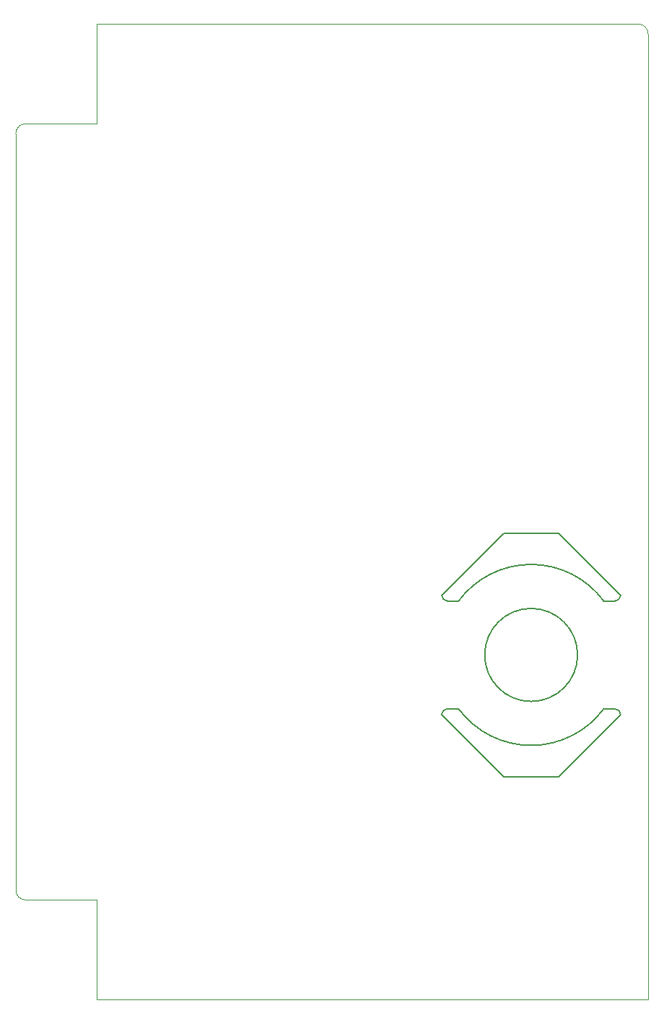
<source format=gko>
G04 start of page 2 for group 9 layer_idx 6 *
G04 Title: (unknown), global_outline *
G04 Creator: pcb-rnd 2.3.2 *
G04 CreationDate: 2021-07-12 19:07:33 UTC *
G04 For:  *
G04 Format: Gerber/RS-274X *
G04 PCB-Dimensions: 1000000 1000000 *
G04 PCB-Coordinate-Origin: lower left *
%MOIN*%
%FSLAX25Y25*%
%LNGLOBAL_BOUNDARY_UROUTE_9*%
%ADD103C,0.0079*%
%ADD102C,0.0000*%
G54D102*X102500Y910000D02*X135400D01*
Y956000D02*X385500D01*
X135400D02*Y910000D01*
X98000Y905500D02*Y556500D01*
X102500Y552000D02*X135400D01*
G54D103*X297368Y640148D02*X302470D01*
X297368Y689852D02*X302470D01*
G54D102*X135400Y506000D02*X390000D01*
X135400Y552000D02*Y506000D01*
G54D103*X323205Y608898D02*X294661Y637441D01*
X369530Y640148D02*X374632D01*
X348795Y608898D02*X377339Y637441D01*
X323205Y608898D02*X348795D01*
X323205Y721102D02*X294661Y692559D01*
X323205Y721102D02*X348795D01*
X377339Y692559D01*
X369530Y689852D02*X374632D01*
G54D102*X390000Y951500D02*Y506000D01*
X102500Y910000D02*G75*G03X98000Y905500I0J-4500D01*G01*
X390000Y951500D02*G75*G03X385500Y956000I-4500J0D01*G01*
G54D103*X369527Y689850D02*G75*G03X302500Y689886I-33527J-24850D01*G01*
G54D102*X98000Y556500D02*G75*G03X102500Y552000I4500J0D01*G01*
G54D103*X377339Y637441D02*G75*G03X374632Y640148I-2707J0D01*G01*
X294661Y692559D02*G75*G03X297368Y689852I2707J0D01*G01*
X377339Y692559D02*G75*G02X374632Y689852I-2707J0D01*G01*
X336000Y643543D02*G75*G03X336000Y686457I0J21457D01*G01*
G75*G03X336000Y643543I0J-21457D01*G01*
X294661Y637441D02*G75*G02X297368Y640148I2707J0D01*G01*
X302470Y640148D02*G75*G03X369498Y640111I33527J24850D01*G01*
M02*

</source>
